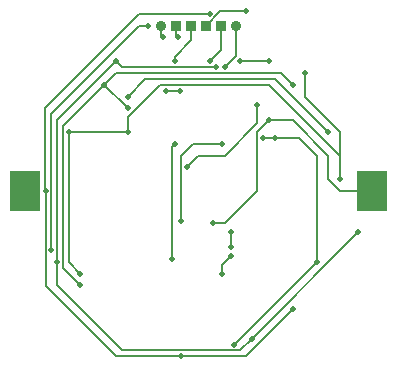
<source format=gbr>
G04 EAGLE Gerber RS-274X export*
G75*
%MOMM*%
%FSLAX34Y34*%
%LPD*%
%INBottom Copper*%
%IPPOS*%
%AMOC8*
5,1,8,0,0,1.08239X$1,22.5*%
G01*
%ADD10R,2.600000X3.500000*%
%ADD11R,0.900000X0.900000*%
%ADD12C,0.900000*%
%ADD13P,0.487075X8X22.500000*%
%ADD14C,0.152400*%


D10*
X317000Y170000D03*
X23000Y170000D03*
D11*
X163650Y310000D03*
X150950Y310000D03*
D12*
X138250Y310000D03*
X201750Y310000D03*
D11*
X176350Y310000D03*
X189050Y310000D03*
D13*
X197833Y122500D03*
D14*
X197833Y134667D01*
X197500Y135000D01*
D13*
X197500Y135000D03*
X20000Y180000D03*
X20000Y160000D03*
X30000Y160000D03*
D14*
X23000Y170000D02*
X20000Y167000D01*
X20000Y160000D01*
X23000Y170000D02*
X30000Y163000D01*
X30000Y160000D01*
X150950Y301550D02*
X150950Y310000D01*
X150950Y301550D02*
X152500Y300000D01*
D13*
X152500Y300000D03*
X205000Y280000D03*
D14*
X230000Y280000D01*
D13*
X230000Y280000D03*
X40524Y170000D03*
D14*
X40000Y170524D01*
X40000Y240000D01*
X120000Y320000D01*
X180000Y320000D01*
D13*
X180000Y320000D03*
D14*
X40524Y170000D02*
X40524Y89476D01*
X100000Y30000D02*
X155000Y30000D01*
D13*
X155000Y30000D03*
D14*
X100000Y30000D02*
X40524Y89476D01*
X155000Y30000D02*
X210000Y30000D01*
X250000Y70000D01*
D13*
X250000Y70000D03*
X50000Y110000D03*
D14*
X50000Y230000D01*
X100000Y280000D01*
D13*
X100000Y280000D03*
X215000Y45000D03*
D14*
X305000Y135000D01*
D13*
X305000Y135000D03*
D14*
X205000Y35000D02*
X105000Y35000D01*
X50000Y90000D01*
X50000Y110000D01*
X205000Y35000D02*
X215000Y45000D01*
D13*
X185000Y275000D03*
D14*
X105000Y275000D01*
X100000Y280000D01*
X290000Y170000D02*
X317000Y170000D01*
X290000Y170000D02*
X280000Y180000D01*
X280000Y200000D01*
D13*
X230000Y230000D03*
D14*
X250000Y230000D01*
X280000Y200000D01*
X138250Y301750D02*
X138250Y310000D01*
X138250Y301750D02*
X140000Y300000D01*
D13*
X140000Y300000D03*
X182500Y142500D03*
D14*
X192500Y142500D01*
X220000Y170000D01*
X220000Y220000D01*
X230000Y230000D01*
D13*
X220000Y242500D03*
D14*
X220000Y227500D01*
X192500Y200000D01*
X170000Y200000D01*
X160000Y190000D01*
D13*
X160000Y190000D03*
D14*
X201750Y284250D02*
X201750Y310000D01*
X201750Y284250D02*
X192500Y275000D01*
D13*
X192500Y275000D03*
X45000Y120000D03*
D14*
X45000Y235000D01*
X120000Y310000D01*
X127500Y310000D01*
D13*
X127500Y310000D03*
X200000Y40000D03*
X270000Y110000D03*
D14*
X200000Y40000D01*
X270000Y110000D02*
X270000Y200000D01*
D13*
X235000Y215000D03*
D14*
X225000Y215000D01*
D13*
X225000Y215000D03*
D14*
X255000Y215000D02*
X270000Y200000D01*
X255000Y215000D02*
X235000Y215000D01*
D13*
X190000Y100000D03*
D14*
X190000Y107500D01*
X197500Y115000D01*
D13*
X197500Y115000D03*
D14*
X176350Y310000D02*
X188434Y322084D01*
X210558Y322084D01*
D13*
X210558Y322084D03*
D14*
X125000Y265000D02*
X110000Y250000D01*
X125000Y265000D02*
X235000Y265000D01*
D13*
X110000Y250000D03*
D14*
X235000Y265000D02*
X280000Y220000D01*
D13*
X280000Y220000D03*
X90000Y260000D03*
X110000Y240000D03*
D14*
X90000Y260000D01*
D13*
X70000Y90000D03*
D14*
X55000Y105000D01*
X55000Y225000D01*
X90000Y260000D01*
D13*
X250000Y260000D03*
D14*
X240000Y270000D01*
X100000Y270000D01*
X90000Y260000D01*
D13*
X70000Y100000D03*
D14*
X60000Y110000D02*
X60000Y220000D01*
X60000Y110000D02*
X70000Y100000D01*
D13*
X60000Y220000D03*
X290000Y180000D03*
D14*
X290000Y200000D01*
X290000Y220000D02*
X260000Y250000D01*
X260000Y270000D01*
X290000Y220000D02*
X290000Y200000D01*
D13*
X260000Y270000D03*
X110000Y220000D03*
D14*
X110000Y232500D02*
X137500Y260000D01*
X110000Y232500D02*
X110000Y220000D01*
X137500Y260000D02*
X230000Y260000D01*
X290000Y200000D01*
X110000Y220000D02*
X60000Y220000D01*
D13*
X150000Y210000D03*
D14*
X147500Y207500D01*
X147500Y112500D01*
D13*
X147500Y112500D03*
D14*
X163650Y297500D02*
X163650Y310000D01*
X163650Y297500D02*
X150000Y283850D01*
X150000Y280000D01*
D13*
X150000Y280000D03*
X190000Y210000D03*
D14*
X165000Y210000D02*
X155000Y200000D01*
X165000Y210000D02*
X190000Y210000D01*
X155000Y200000D02*
X155000Y145000D01*
D13*
X155000Y145000D03*
D14*
X189050Y289050D02*
X189050Y310000D01*
X189050Y289050D02*
X180000Y280000D01*
D13*
X180000Y280000D03*
X142500Y255000D03*
D14*
X154282Y255000D01*
D13*
X154282Y255000D03*
M02*

</source>
